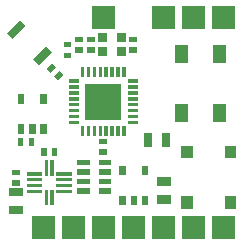
<source format=gts>
G04 (created by PCBNEW (2013-jul-07)-stable) date Sun 10 Jul 2016 10:25:08 PM EDT*
%MOIN*%
G04 Gerber Fmt 3.4, Leading zero omitted, Abs format*
%FSLAX34Y34*%
G01*
G70*
G90*
G04 APERTURE LIST*
%ADD10C,0.00590551*%
G04 APERTURE END LIST*
G54D10*
G36*
X14713Y-17349D02*
X14456Y-17349D01*
X14456Y-17172D01*
X14713Y-17172D01*
X14713Y-17349D01*
X14713Y-17349D01*
G37*
G36*
X14713Y-17703D02*
X14456Y-17703D01*
X14456Y-17526D01*
X14713Y-17526D01*
X14713Y-17703D01*
X14713Y-17703D01*
G37*
G36*
X14835Y-18035D02*
X14364Y-18035D01*
X14364Y-17764D01*
X14835Y-17764D01*
X14835Y-18035D01*
X14835Y-18035D01*
G37*
G36*
X14835Y-18635D02*
X14364Y-18635D01*
X14364Y-18364D01*
X14835Y-18364D01*
X14835Y-18635D01*
X14835Y-18635D01*
G37*
G36*
X14835Y-16375D02*
X14658Y-16375D01*
X14658Y-16118D01*
X14835Y-16118D01*
X14835Y-16375D01*
X14835Y-16375D01*
G37*
G36*
X14869Y-14969D02*
X14648Y-14969D01*
X14648Y-14648D01*
X14869Y-14648D01*
X14869Y-14969D01*
X14869Y-14969D01*
G37*
G36*
X14869Y-15969D02*
X14648Y-15969D01*
X14648Y-15648D01*
X14869Y-15648D01*
X14869Y-15969D01*
X14869Y-15969D01*
G37*
G36*
X14901Y-12367D02*
X14463Y-12805D01*
X14279Y-12621D01*
X14717Y-12183D01*
X14901Y-12367D01*
X14901Y-12367D01*
G37*
G36*
X15189Y-16375D02*
X15012Y-16375D01*
X15012Y-16118D01*
X15189Y-16118D01*
X15189Y-16375D01*
X15189Y-16375D01*
G37*
G36*
X15244Y-15969D02*
X15023Y-15969D01*
X15023Y-15648D01*
X15244Y-15648D01*
X15244Y-15969D01*
X15244Y-15969D01*
G37*
G36*
X15464Y-17364D02*
X14951Y-17364D01*
X14951Y-17245D01*
X15464Y-17245D01*
X15464Y-17364D01*
X15464Y-17364D01*
G37*
G36*
X15464Y-17560D02*
X14951Y-17560D01*
X14951Y-17442D01*
X15464Y-17442D01*
X15464Y-17560D01*
X15464Y-17560D01*
G37*
G36*
X15464Y-17757D02*
X14951Y-17757D01*
X14951Y-17639D01*
X15464Y-17639D01*
X15464Y-17757D01*
X15464Y-17757D01*
G37*
G36*
X15464Y-17954D02*
X14951Y-17954D01*
X14951Y-17835D01*
X15464Y-17835D01*
X15464Y-17954D01*
X15464Y-17954D01*
G37*
G36*
X15607Y-16716D02*
X15430Y-16716D01*
X15430Y-16459D01*
X15607Y-16459D01*
X15607Y-16716D01*
X15607Y-16716D01*
G37*
G36*
X15619Y-14969D02*
X15398Y-14969D01*
X15398Y-14648D01*
X15619Y-14648D01*
X15619Y-14969D01*
X15619Y-14969D01*
G37*
G36*
X15619Y-15969D02*
X15398Y-15969D01*
X15398Y-15648D01*
X15619Y-15648D01*
X15619Y-15969D01*
X15619Y-15969D01*
G37*
G36*
X15660Y-17364D02*
X15542Y-17364D01*
X15542Y-16851D01*
X15660Y-16851D01*
X15660Y-17364D01*
X15660Y-17364D01*
G37*
G36*
X15660Y-18348D02*
X15542Y-18348D01*
X15542Y-17835D01*
X15660Y-17835D01*
X15660Y-18348D01*
X15660Y-18348D01*
G37*
G36*
X15778Y-13244D02*
X15340Y-13682D01*
X15156Y-13498D01*
X15594Y-13060D01*
X15778Y-13244D01*
X15778Y-13244D01*
G37*
G36*
X15857Y-17364D02*
X15739Y-17364D01*
X15739Y-16851D01*
X15857Y-16851D01*
X15857Y-17364D01*
X15857Y-17364D01*
G37*
G36*
X15857Y-18348D02*
X15739Y-18348D01*
X15739Y-17835D01*
X15857Y-17835D01*
X15857Y-18348D01*
X15857Y-18348D01*
G37*
G36*
X15885Y-19485D02*
X15114Y-19485D01*
X15114Y-18714D01*
X15885Y-18714D01*
X15885Y-19485D01*
X15885Y-19485D01*
G37*
G36*
X15928Y-13746D02*
X15746Y-13928D01*
X15621Y-13802D01*
X15802Y-13621D01*
X15928Y-13746D01*
X15928Y-13746D01*
G37*
G36*
X15961Y-16716D02*
X15784Y-16716D01*
X15784Y-16459D01*
X15961Y-16459D01*
X15961Y-16716D01*
X15961Y-16716D01*
G37*
G36*
X16178Y-13997D02*
X15997Y-14178D01*
X15871Y-14053D01*
X16053Y-13871D01*
X16178Y-13997D01*
X16178Y-13997D01*
G37*
G36*
X16439Y-13093D02*
X16182Y-13093D01*
X16182Y-12916D01*
X16439Y-12916D01*
X16439Y-13093D01*
X16439Y-13093D01*
G37*
G36*
X16439Y-13447D02*
X16182Y-13447D01*
X16182Y-13270D01*
X16439Y-13270D01*
X16439Y-13447D01*
X16439Y-13447D01*
G37*
G36*
X16448Y-17364D02*
X15935Y-17364D01*
X15935Y-17245D01*
X16448Y-17245D01*
X16448Y-17364D01*
X16448Y-17364D01*
G37*
G36*
X16448Y-17560D02*
X15935Y-17560D01*
X15935Y-17442D01*
X16448Y-17442D01*
X16448Y-17560D01*
X16448Y-17560D01*
G37*
G36*
X16448Y-17757D02*
X15935Y-17757D01*
X15935Y-17639D01*
X16448Y-17639D01*
X16448Y-17757D01*
X16448Y-17757D01*
G37*
G36*
X16448Y-17954D02*
X15935Y-17954D01*
X15935Y-17835D01*
X16448Y-17835D01*
X16448Y-17954D01*
X16448Y-17954D01*
G37*
G36*
X16676Y-14271D02*
X16355Y-14271D01*
X16355Y-14150D01*
X16676Y-14150D01*
X16676Y-14271D01*
X16676Y-14271D01*
G37*
G36*
X16676Y-14468D02*
X16355Y-14468D01*
X16355Y-14347D01*
X16676Y-14347D01*
X16676Y-14468D01*
X16676Y-14468D01*
G37*
G36*
X16676Y-14665D02*
X16355Y-14665D01*
X16355Y-14544D01*
X16676Y-14544D01*
X16676Y-14665D01*
X16676Y-14665D01*
G37*
G36*
X16676Y-14862D02*
X16355Y-14862D01*
X16355Y-14741D01*
X16676Y-14741D01*
X16676Y-14862D01*
X16676Y-14862D01*
G37*
G36*
X16676Y-15058D02*
X16355Y-15058D01*
X16355Y-14937D01*
X16676Y-14937D01*
X16676Y-15058D01*
X16676Y-15058D01*
G37*
G36*
X16676Y-15255D02*
X16355Y-15255D01*
X16355Y-15134D01*
X16676Y-15134D01*
X16676Y-15255D01*
X16676Y-15255D01*
G37*
G36*
X16676Y-15452D02*
X16355Y-15452D01*
X16355Y-15331D01*
X16676Y-15331D01*
X16676Y-15452D01*
X16676Y-15452D01*
G37*
G36*
X16676Y-15649D02*
X16355Y-15649D01*
X16355Y-15528D01*
X16676Y-15528D01*
X16676Y-15649D01*
X16676Y-15649D01*
G37*
G36*
X16828Y-12911D02*
X16571Y-12911D01*
X16571Y-12734D01*
X16828Y-12734D01*
X16828Y-12911D01*
X16828Y-12911D01*
G37*
G36*
X16828Y-13265D02*
X16571Y-13265D01*
X16571Y-13088D01*
X16828Y-13088D01*
X16828Y-13265D01*
X16828Y-13265D01*
G37*
G36*
X16871Y-14076D02*
X16750Y-14076D01*
X16750Y-13755D01*
X16871Y-13755D01*
X16871Y-14076D01*
X16871Y-14076D01*
G37*
G36*
X16871Y-16044D02*
X16750Y-16044D01*
X16750Y-15723D01*
X16871Y-15723D01*
X16871Y-16044D01*
X16871Y-16044D01*
G37*
G36*
X16885Y-19485D02*
X16114Y-19485D01*
X16114Y-18714D01*
X16885Y-18714D01*
X16885Y-19485D01*
X16885Y-19485D01*
G37*
G36*
X17040Y-17016D02*
X16626Y-17016D01*
X16626Y-16838D01*
X17040Y-16838D01*
X17040Y-17016D01*
X17040Y-17016D01*
G37*
G36*
X17040Y-17331D02*
X16626Y-17331D01*
X16626Y-17153D01*
X17040Y-17153D01*
X17040Y-17331D01*
X17040Y-17331D01*
G37*
G36*
X17040Y-17646D02*
X16626Y-17646D01*
X16626Y-17468D01*
X17040Y-17468D01*
X17040Y-17646D01*
X17040Y-17646D01*
G37*
G36*
X17040Y-17961D02*
X16626Y-17961D01*
X16626Y-17783D01*
X17040Y-17783D01*
X17040Y-17961D01*
X17040Y-17961D01*
G37*
G36*
X17068Y-14076D02*
X16947Y-14076D01*
X16947Y-13755D01*
X17068Y-13755D01*
X17068Y-14076D01*
X17068Y-14076D01*
G37*
G36*
X17068Y-16044D02*
X16947Y-16044D01*
X16947Y-15723D01*
X17068Y-15723D01*
X17068Y-16044D01*
X17068Y-16044D01*
G37*
G36*
X17228Y-12911D02*
X16971Y-12911D01*
X16971Y-12734D01*
X17228Y-12734D01*
X17228Y-12911D01*
X17228Y-12911D01*
G37*
G36*
X17228Y-13265D02*
X16971Y-13265D01*
X16971Y-13088D01*
X17228Y-13088D01*
X17228Y-13265D01*
X17228Y-13265D01*
G37*
G36*
X17265Y-14076D02*
X17144Y-14076D01*
X17144Y-13755D01*
X17265Y-13755D01*
X17265Y-14076D01*
X17265Y-14076D01*
G37*
G36*
X17265Y-16044D02*
X17144Y-16044D01*
X17144Y-15723D01*
X17265Y-15723D01*
X17265Y-16044D01*
X17265Y-16044D01*
G37*
G36*
X17462Y-14076D02*
X17341Y-14076D01*
X17341Y-13755D01*
X17462Y-13755D01*
X17462Y-14076D01*
X17462Y-14076D01*
G37*
G36*
X17462Y-16044D02*
X17341Y-16044D01*
X17341Y-15723D01*
X17462Y-15723D01*
X17462Y-16044D01*
X17462Y-16044D01*
G37*
G36*
X17618Y-16309D02*
X17361Y-16309D01*
X17361Y-16132D01*
X17618Y-16132D01*
X17618Y-16309D01*
X17618Y-16309D01*
G37*
G36*
X17618Y-16663D02*
X17361Y-16663D01*
X17361Y-16486D01*
X17618Y-16486D01*
X17618Y-16663D01*
X17618Y-16663D01*
G37*
G36*
X17632Y-12911D02*
X17337Y-12911D01*
X17337Y-12615D01*
X17632Y-12615D01*
X17632Y-12911D01*
X17632Y-12911D01*
G37*
G36*
X17632Y-13384D02*
X17337Y-13384D01*
X17337Y-13088D01*
X17632Y-13088D01*
X17632Y-13384D01*
X17632Y-13384D01*
G37*
G36*
X17658Y-14076D02*
X17537Y-14076D01*
X17537Y-13755D01*
X17658Y-13755D01*
X17658Y-14076D01*
X17658Y-14076D01*
G37*
G36*
X17658Y-16044D02*
X17537Y-16044D01*
X17537Y-15723D01*
X17658Y-15723D01*
X17658Y-16044D01*
X17658Y-16044D01*
G37*
G36*
X17773Y-17016D02*
X17359Y-17016D01*
X17359Y-16838D01*
X17773Y-16838D01*
X17773Y-17016D01*
X17773Y-17016D01*
G37*
G36*
X17773Y-17331D02*
X17359Y-17331D01*
X17359Y-17153D01*
X17773Y-17153D01*
X17773Y-17331D01*
X17773Y-17331D01*
G37*
G36*
X17773Y-17646D02*
X17359Y-17646D01*
X17359Y-17468D01*
X17773Y-17468D01*
X17773Y-17646D01*
X17773Y-17646D01*
G37*
G36*
X17773Y-17961D02*
X17359Y-17961D01*
X17359Y-17783D01*
X17773Y-17783D01*
X17773Y-17961D01*
X17773Y-17961D01*
G37*
G36*
X17855Y-14076D02*
X17734Y-14076D01*
X17734Y-13755D01*
X17855Y-13755D01*
X17855Y-14076D01*
X17855Y-14076D01*
G37*
G36*
X17855Y-16044D02*
X17734Y-16044D01*
X17734Y-15723D01*
X17855Y-15723D01*
X17855Y-16044D01*
X17855Y-16044D01*
G37*
G36*
X17885Y-12485D02*
X17114Y-12485D01*
X17114Y-11714D01*
X17885Y-11714D01*
X17885Y-12485D01*
X17885Y-12485D01*
G37*
G36*
X17885Y-19485D02*
X17114Y-19485D01*
X17114Y-18714D01*
X17885Y-18714D01*
X17885Y-19485D01*
X17885Y-19485D01*
G37*
G36*
X18052Y-14076D02*
X17931Y-14076D01*
X17931Y-13755D01*
X18052Y-13755D01*
X18052Y-14076D01*
X18052Y-14076D01*
G37*
G36*
X18052Y-16044D02*
X17931Y-16044D01*
X17931Y-15723D01*
X18052Y-15723D01*
X18052Y-16044D01*
X18052Y-16044D01*
G37*
G36*
X18100Y-15500D02*
X16899Y-15500D01*
X16899Y-14299D01*
X18100Y-14299D01*
X18100Y-15500D01*
X18100Y-15500D01*
G37*
G36*
X18249Y-14076D02*
X18128Y-14076D01*
X18128Y-13755D01*
X18249Y-13755D01*
X18249Y-14076D01*
X18249Y-14076D01*
G37*
G36*
X18249Y-16044D02*
X18128Y-16044D01*
X18128Y-15723D01*
X18249Y-15723D01*
X18249Y-16044D01*
X18249Y-16044D01*
G37*
G36*
X18253Y-17350D02*
X18032Y-17350D01*
X18032Y-17029D01*
X18253Y-17029D01*
X18253Y-17350D01*
X18253Y-17350D01*
G37*
G36*
X18253Y-18350D02*
X18032Y-18350D01*
X18032Y-18029D01*
X18253Y-18029D01*
X18253Y-18350D01*
X18253Y-18350D01*
G37*
G36*
X18262Y-12911D02*
X17967Y-12911D01*
X17967Y-12615D01*
X18262Y-12615D01*
X18262Y-12911D01*
X18262Y-12911D01*
G37*
G36*
X18262Y-13384D02*
X17967Y-13384D01*
X17967Y-13088D01*
X18262Y-13088D01*
X18262Y-13384D01*
X18262Y-13384D01*
G37*
G36*
X18628Y-12911D02*
X18371Y-12911D01*
X18371Y-12734D01*
X18628Y-12734D01*
X18628Y-12911D01*
X18628Y-12911D01*
G37*
G36*
X18628Y-13265D02*
X18371Y-13265D01*
X18371Y-13088D01*
X18628Y-13088D01*
X18628Y-13265D01*
X18628Y-13265D01*
G37*
G36*
X18628Y-18350D02*
X18407Y-18350D01*
X18407Y-18029D01*
X18628Y-18029D01*
X18628Y-18350D01*
X18628Y-18350D01*
G37*
G36*
X18644Y-14271D02*
X18323Y-14271D01*
X18323Y-14150D01*
X18644Y-14150D01*
X18644Y-14271D01*
X18644Y-14271D01*
G37*
G36*
X18644Y-14468D02*
X18323Y-14468D01*
X18323Y-14347D01*
X18644Y-14347D01*
X18644Y-14468D01*
X18644Y-14468D01*
G37*
G36*
X18644Y-14665D02*
X18323Y-14665D01*
X18323Y-14544D01*
X18644Y-14544D01*
X18644Y-14665D01*
X18644Y-14665D01*
G37*
G36*
X18644Y-14862D02*
X18323Y-14862D01*
X18323Y-14741D01*
X18644Y-14741D01*
X18644Y-14862D01*
X18644Y-14862D01*
G37*
G36*
X18644Y-15058D02*
X18323Y-15058D01*
X18323Y-14937D01*
X18644Y-14937D01*
X18644Y-15058D01*
X18644Y-15058D01*
G37*
G36*
X18644Y-15255D02*
X18323Y-15255D01*
X18323Y-15134D01*
X18644Y-15134D01*
X18644Y-15255D01*
X18644Y-15255D01*
G37*
G36*
X18644Y-15452D02*
X18323Y-15452D01*
X18323Y-15331D01*
X18644Y-15331D01*
X18644Y-15452D01*
X18644Y-15452D01*
G37*
G36*
X18644Y-15649D02*
X18323Y-15649D01*
X18323Y-15528D01*
X18644Y-15528D01*
X18644Y-15649D01*
X18644Y-15649D01*
G37*
G36*
X18885Y-19485D02*
X18114Y-19485D01*
X18114Y-18714D01*
X18885Y-18714D01*
X18885Y-19485D01*
X18885Y-19485D01*
G37*
G36*
X19003Y-17350D02*
X18782Y-17350D01*
X18782Y-17029D01*
X19003Y-17029D01*
X19003Y-17350D01*
X19003Y-17350D01*
G37*
G36*
X19003Y-18350D02*
X18782Y-18350D01*
X18782Y-18029D01*
X19003Y-18029D01*
X19003Y-18350D01*
X19003Y-18350D01*
G37*
G36*
X19125Y-16411D02*
X18854Y-16411D01*
X18854Y-15940D01*
X19125Y-15940D01*
X19125Y-16411D01*
X19125Y-16411D01*
G37*
G36*
X19725Y-16411D02*
X19454Y-16411D01*
X19454Y-15940D01*
X19725Y-15940D01*
X19725Y-16411D01*
X19725Y-16411D01*
G37*
G36*
X19762Y-17694D02*
X19291Y-17694D01*
X19291Y-17423D01*
X19762Y-17423D01*
X19762Y-17694D01*
X19762Y-17694D01*
G37*
G36*
X19762Y-18294D02*
X19291Y-18294D01*
X19291Y-18023D01*
X19762Y-18023D01*
X19762Y-18294D01*
X19762Y-18294D01*
G37*
G36*
X19885Y-12485D02*
X19114Y-12485D01*
X19114Y-11714D01*
X19885Y-11714D01*
X19885Y-12485D01*
X19885Y-12485D01*
G37*
G36*
X19885Y-19485D02*
X19114Y-19485D01*
X19114Y-18714D01*
X19885Y-18714D01*
X19885Y-19485D01*
X19885Y-19485D01*
G37*
G36*
X20316Y-13621D02*
X19901Y-13621D01*
X19901Y-13010D01*
X20316Y-13010D01*
X20316Y-13621D01*
X20316Y-13621D01*
G37*
G36*
X20316Y-15589D02*
X19901Y-15589D01*
X19901Y-14978D01*
X20316Y-14978D01*
X20316Y-15589D01*
X20316Y-15589D01*
G37*
G36*
X20478Y-16780D02*
X20104Y-16780D01*
X20104Y-16366D01*
X20478Y-16366D01*
X20478Y-16780D01*
X20478Y-16780D01*
G37*
G36*
X20478Y-18473D02*
X20104Y-18473D01*
X20104Y-18059D01*
X20478Y-18059D01*
X20478Y-18473D01*
X20478Y-18473D01*
G37*
G36*
X20885Y-12485D02*
X20114Y-12485D01*
X20114Y-11714D01*
X20885Y-11714D01*
X20885Y-12485D01*
X20885Y-12485D01*
G37*
G36*
X20885Y-19485D02*
X20114Y-19485D01*
X20114Y-18714D01*
X20885Y-18714D01*
X20885Y-19485D01*
X20885Y-19485D01*
G37*
G36*
X21576Y-13621D02*
X21161Y-13621D01*
X21161Y-13010D01*
X21576Y-13010D01*
X21576Y-13621D01*
X21576Y-13621D01*
G37*
G36*
X21576Y-15589D02*
X21161Y-15589D01*
X21161Y-14978D01*
X21576Y-14978D01*
X21576Y-15589D01*
X21576Y-15589D01*
G37*
G36*
X21885Y-12485D02*
X21114Y-12485D01*
X21114Y-11714D01*
X21885Y-11714D01*
X21885Y-12485D01*
X21885Y-12485D01*
G37*
G36*
X21885Y-19485D02*
X21114Y-19485D01*
X21114Y-18714D01*
X21885Y-18714D01*
X21885Y-19485D01*
X21885Y-19485D01*
G37*
G36*
X21935Y-16780D02*
X21560Y-16780D01*
X21560Y-16366D01*
X21935Y-16366D01*
X21935Y-16780D01*
X21935Y-16780D01*
G37*
G36*
X21935Y-18473D02*
X21560Y-18473D01*
X21560Y-18059D01*
X21935Y-18059D01*
X21935Y-18473D01*
X21935Y-18473D01*
G37*
M02*

</source>
